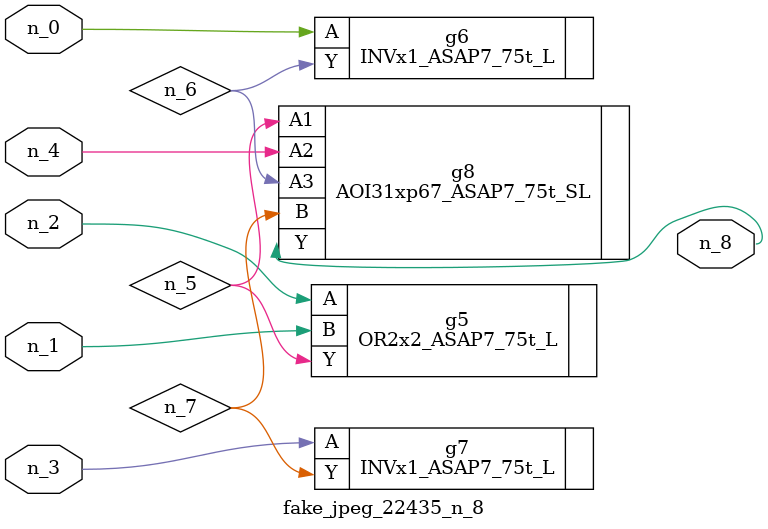
<source format=v>
module fake_jpeg_22435_n_8 (n_3, n_2, n_1, n_0, n_4, n_8);

input n_3;
input n_2;
input n_1;
input n_0;
input n_4;

output n_8;

wire n_6;
wire n_5;
wire n_7;

OR2x2_ASAP7_75t_L g5 ( 
.A(n_2),
.B(n_1),
.Y(n_5)
);

INVx1_ASAP7_75t_L g6 ( 
.A(n_0),
.Y(n_6)
);

INVx1_ASAP7_75t_L g7 ( 
.A(n_3),
.Y(n_7)
);

AOI31xp67_ASAP7_75t_SL g8 ( 
.A1(n_5),
.A2(n_4),
.A3(n_6),
.B(n_7),
.Y(n_8)
);


endmodule
</source>
